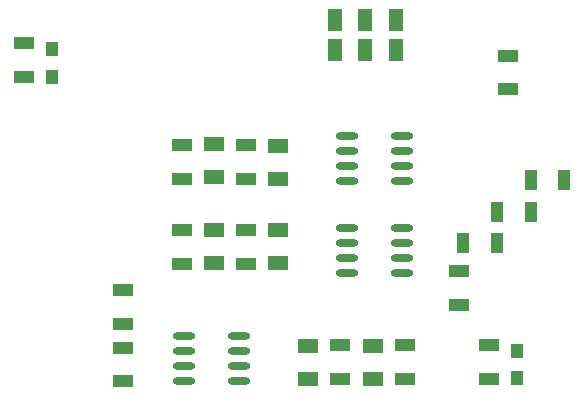
<source format=gtp>
G04*
G04 #@! TF.GenerationSoftware,Altium Limited,Altium Designer,19.1.5 (86)*
G04*
G04 Layer_Color=8421504*
%FSLAX25Y25*%
%MOIN*%
G70*
G01*
G75*
%ADD14R,0.04331X0.04921*%
%ADD15R,0.06741X0.04166*%
%ADD16R,0.04921X0.07284*%
%ADD17R,0.04166X0.06741*%
%ADD18R,0.07111X0.05136*%
%ADD19O,0.07480X0.02362*%
D14*
X207953Y66870D02*
D03*
Y57618D02*
D03*
X52856Y167461D02*
D03*
Y158209D02*
D03*
D15*
X198583Y57453D02*
D03*
Y68689D02*
D03*
X205000Y165185D02*
D03*
Y153949D02*
D03*
X43661Y158004D02*
D03*
Y169240D02*
D03*
X117546Y95799D02*
D03*
Y107035D02*
D03*
X96180D02*
D03*
Y95799D02*
D03*
X188779Y93347D02*
D03*
Y82110D02*
D03*
X76614Y87021D02*
D03*
Y75785D02*
D03*
X149134Y68689D02*
D03*
Y57453D02*
D03*
X170499D02*
D03*
Y68689D02*
D03*
X76614Y67862D02*
D03*
Y56626D02*
D03*
X117546Y135382D02*
D03*
Y124146D02*
D03*
X96180D02*
D03*
Y135382D02*
D03*
D16*
X147188Y166910D02*
D03*
Y176949D02*
D03*
X157441Y166910D02*
D03*
Y176949D02*
D03*
X167694Y166910D02*
D03*
Y176949D02*
D03*
D17*
X223775Y123661D02*
D03*
X212538D02*
D03*
X212508Y113164D02*
D03*
X201272D02*
D03*
X201248Y102666D02*
D03*
X190012D02*
D03*
D18*
X106863Y95902D02*
D03*
Y106932D02*
D03*
X128228D02*
D03*
Y95902D02*
D03*
X159817Y68468D02*
D03*
Y57438D02*
D03*
X138386Y57438D02*
D03*
Y68468D02*
D03*
X106863Y135594D02*
D03*
Y124564D02*
D03*
X128228Y123937D02*
D03*
Y134967D02*
D03*
D19*
X151260Y107736D02*
D03*
Y102736D02*
D03*
Y97736D02*
D03*
Y92736D02*
D03*
X169764Y107736D02*
D03*
Y102736D02*
D03*
Y97736D02*
D03*
Y92736D02*
D03*
X115354Y56595D02*
D03*
Y61594D02*
D03*
Y66594D02*
D03*
Y71595D02*
D03*
X96850Y56595D02*
D03*
Y61594D02*
D03*
Y66594D02*
D03*
Y71595D02*
D03*
X169764Y123445D02*
D03*
Y128445D02*
D03*
Y133445D02*
D03*
Y138445D02*
D03*
X151260Y123445D02*
D03*
Y128445D02*
D03*
Y133445D02*
D03*
Y138445D02*
D03*
M02*

</source>
